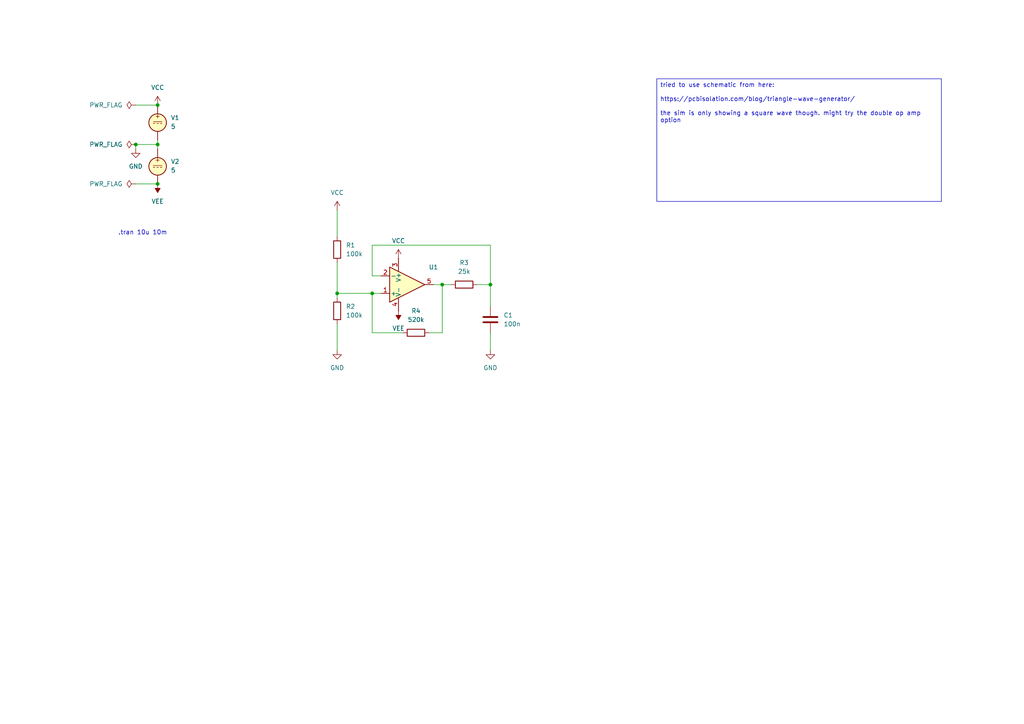
<source format=kicad_sch>
(kicad_sch (version 20231120) (generator "eeschema") (generator_version "8.0")
  (paper "A4")
  (lib_symbols
    (symbol "Device:C" (pin_numbers hide) (pin_names (offset 0.254))
      (property "Reference" "C" (at 0.635 2.54 0))
      (property "Value" "C" (at 0.635 -2.54 0))
      (symbol "C_0_1"
        (polyline (pts (xy -2.032 -0.762) (xy 2.032 -0.762)) (stroke (width 0.508)))
        (polyline (pts (xy -2.032 0.762) (xy 2.032 0.762)) (stroke (width 0.508)))
      )
      (symbol "C_1_1"
        (pin passive line (at 0 3.81 270) (length 2.794) (name "~") (number "1"))
        (pin passive line (at 0 -3.81 90) (length 2.794) (name "~") (number "2"))
      )
    )
    (symbol "Device:R" (pin_numbers hide) (pin_names (offset 0))
      (property "Reference" "R" (at 2.032 0 90))
      (property "Value" "R" (at 0 0 90))
      (symbol "R_0_1"
        (rectangle (start -1.016 -2.54) (end 1.016 2.54) (stroke (width 0.254)))
      )
      (symbol "R_1_1"
        (pin passive line (at 0 3.81 270) (length 1.27) (name "~") (number "1"))
        (pin passive line (at 0 -3.81 90) (length 1.27) (name "~") (number "2"))
      )
    )
    (symbol "Simulation_SPICE:OPAMP" (pin_names (offset 0.254))
      (property "Reference" "U1" (at 7.62 5.0486 0))
      (property "Value" "${SIM.PARAMS}" (at 7.62 3.1435 0))
      (symbol "OPAMP_0_1"
        (polyline (pts (xy 5.08 0) (xy -5.08 5.08) (xy -5.08 -5.08) (xy 5.08 0)) (stroke (width 0.254)) (fill (type background)))
      )
      (symbol "OPAMP_1_1"
        (pin input line (at -7.62 -2.54 0) (length 2.54) (name "+") (number "1"))
        (pin input line (at -7.62 2.54 0) (length 2.54) (name "-") (number "2"))
        (pin power_in line (at -2.54 7.62 270) (length 3.81) (name "V+") (number "3"))
        (pin power_in line (at -2.54 -7.62 90) (length 3.81) (name "V-") (number "4"))
        (pin output line (at 7.62 0 180) (length 2.54) (name "~") (number "5"))
      )
    )
    (symbol "Simulation_SPICE:VDC" (pin_numbers hide) (pin_names (offset 0.0254))
      (property "Reference" "V" (at 2.54 2.54 0))
      (property "Value" "1" (at 2.54 0 0))
      (symbol "VDC_0_0"
        (polyline (pts (xy -1.27 0.254) (xy 1.27 0.254)))
        (polyline (pts (xy -0.762 -0.254) (xy -1.27 -0.254)))
        (polyline (pts (xy 0.254 -0.254) (xy -0.254 -0.254)))
        (polyline (pts (xy 1.27 -0.254) (xy 0.762 -0.254)))
        (text "+" (at 0 1.905 0) (effects (font (size 1.27 1.27))))
      )
      (symbol "VDC_0_1"
        (circle (center 0 0) (radius 2.54) (stroke (width 0.254)) (fill (type background)))
      )
      (symbol "VDC_1_1"
        (pin passive line (at 0 5.08 270) (length 2.54) (name "~") (number "1"))
        (pin passive line (at 0 -5.08 90) (length 2.54) (name "~") (number "2"))
      )
    )
    (symbol "power:GND" (power) (pin_numbers hide) (pin_names (offset 0) hide)
      (property "Value" "GND" (at 0 -3.81 0))
      (symbol "GND_0_1"
        (polyline (pts (xy 0 0) (xy 0 -1.27) (xy 1.27 -1.27) (xy 0 -2.54) (xy -1.27 -1.27) (xy 0 -1.27)))
      )
      (symbol "GND_1_1"
        (pin power_in line (at 0 0 270) (length 0) (name "~") (number "1"))
      )
    )
    (symbol "power:PWR_FLAG" (power) (pin_numbers hide) (pin_names (offset 0) hide)
      (property "Value" "PWR_FLAG" (at 0 3.81 0))
      (symbol "PWR_FLAG_0_0"
        (pin power_out line (at 0 0 90) (length 0) (name "~") (number "1"))
      )
      (symbol "PWR_FLAG_0_1"
        (polyline (pts (xy 0 0) (xy 0 1.27) (xy -1.016 1.905) (xy 0 2.54) (xy 1.016 1.905) (xy 0 1.27)))
      )
    )
    (symbol "power:VCC" (power) (pin_numbers hide) (pin_names (offset 0) hide)
      (property "Value" "VCC" (at 0 3.556 0))
      (symbol "VCC_0_1"
        (polyline (pts (xy -0.762 1.27) (xy 0 2.54)))
        (polyline (pts (xy 0 0) (xy 0 2.54)))
        (polyline (pts (xy 0 2.54) (xy 0.762 1.27)))
      )
      (symbol "VCC_1_1"
        (pin power_in line (at 0 0 90) (length 0) (name "~") (number "1"))
      )
    )
    (symbol "power:VEE" (power) (pin_numbers hide) (pin_names (offset 0) hide)
      (property "Value" "VEE" (at 0 3.556 0))
      (symbol "VEE_0_1"
        (polyline (pts (xy 0 0) (xy 0 2.54)))
        (polyline (pts (xy 0.762 1.27) (xy -0.762 1.27) (xy 0 2.54) (xy 0.762 1.27)) (fill (type outline)))
      )
      (symbol "VEE_1_1"
        (pin power_in line (at 0 0 90) (length 0) (name "~") (number "1"))
      )
    )
  )
  (junction (at 39.37 41.91))
  (junction (at 45.72 53.34))
  (junction (at 107.95 85.09))
  (junction (at 142.24 82.55))
  (junction (at 45.72 41.91))
  (junction (at 128.27 82.55))
  (junction (at 45.72 30.48))
  (junction (at 97.79 85.09))
  (wire (pts (xy 110.49 80.01) (xy 107.95 80.01)))
  (wire (pts (xy 39.37 41.91) (xy 39.37 43.18)))
  (wire (pts (xy 107.95 96.52) (xy 107.95 85.09)))
  (wire (pts (xy 107.95 71.12) (xy 142.24 71.12)))
  (wire (pts (xy 97.79 76.2) (xy 97.79 85.09)))
  (wire (pts (xy 97.79 93.98) (xy 97.79 101.6)))
  (wire (pts (xy 142.24 96.52) (xy 142.24 101.6)))
  (wire (pts (xy 124.46 96.52) (xy 128.27 96.52)))
  (wire (pts (xy 45.72 41.91) (xy 45.72 43.18)))
  (wire (pts (xy 128.27 82.55) (xy 130.81 82.55)))
  (wire (pts (xy 107.95 85.09) (xy 110.49 85.09)))
  (wire (pts (xy 97.79 85.09) (xy 107.95 85.09)))
  (wire (pts (xy 107.95 80.01) (xy 107.95 71.12)))
  (wire (pts (xy 116.84 96.52) (xy 107.95 96.52)))
  (wire (pts (xy 45.72 41.91) (xy 39.37 41.91)))
  (wire (pts (xy 97.79 85.09) (xy 97.79 86.36)))
  (wire (pts (xy 142.24 82.55) (xy 138.43 82.55)))
  (wire (pts (xy 39.37 30.48) (xy 45.72 30.48)))
  (wire (pts (xy 97.79 60.96) (xy 97.79 68.58)))
  (wire (pts (xy 142.24 71.12) (xy 142.24 82.55)))
  (wire (pts (xy 45.72 40.64) (xy 45.72 41.91)))
  (wire (pts (xy 125.73 82.55) (xy 128.27 82.55)))
  (wire (pts (xy 128.27 96.52) (xy 128.27 82.55)))
  (wire (pts (xy 142.24 82.55) (xy 142.24 88.9)))
  (wire (pts (xy 39.37 53.34) (xy 45.72 53.34)))
  (text_box "tried to use schematic from here:\n\nhttps://pcbisolation.com/blog/triangle-wave-generator/\n\nthe sim is only showing a square wave though. might try the double op amp option" (at 190.5 22.86 0) (size 82.55 35.56) (effects (font (size 1.27 1.27)) (justify left top)))
  (text ".tran 10u 10m" (at 41.402 67.564 0) (effects (font (size 1.27 1.27))))
  (symbol (lib_id "power:VCC") (at 115.57 74.93 0) (unit 1)
    (property "Reference" "#PWR05" (effects (hide yes)))
    (property "Value" "VCC" (at 115.57 69.85 0))
    (property "Description" "Power symbol creates a global label with name \"VCC\"" (effects (hide yes)))
  )
  (symbol (lib_id "power:VEE") (at 115.57 90.17 180) (unit 1)
    (property "Reference" "#PWR04" (effects (hide yes)))
    (property "Value" "VEE" (at 115.57 95.25 0))
    (property "Description" "Power symbol creates a global label with name \"VEE\"" (effects (hide yes)))
  )
  (symbol (lib_id "power:VEE") (at 45.72 53.34 180) (unit 1)
    (property "Reference" "#PWR08" (effects (hide yes)))
    (property "Value" "VEE" (at 45.72 58.42 0))
    (property "Description" "Power symbol creates a global label with name \"VEE\"" (effects (hide yes)))
  )
  (symbol (lib_id "Simulation_SPICE:OPAMP") (at 118.11 82.55 0) (unit 1)
    (property "Reference" "U1" (at 125.73 77.5014 0))
    (property "Value" "${SIM.PARAMS}" (at 125.73 79.4065 0))
    (property "Datasheet" "https://ngspice.sourceforge.io/docs/ngspice-html-manual/manual.xhtml#sec__SUBCKT_Subcircuits" (effects (hide yes)))
    (property "Description" "Operational amplifier, single, node sequence=1:+ 2:- 3:OUT 4:V+ 5:V-" (effects (hide yes)))
    (property "Sim.Pins" "1=in+ 2=in- 3=vcc 4=vee 5=out" (effects (hide yes)))
    (property "Sim.Device" "SUBCKT" (effects (hide yes)))
    (property "Sim.Library" "${KICAD8_SYMBOL_DIR}/Simulation_SPICE.sp" (effects (hide yes)))
    (property "Sim.Name" "kicad_builtin_opamp" (effects (hide yes)))
  )
  (symbol (lib_id "Device:R") (at 97.79 72.39 0) (unit 1)
    (property "Reference" "R1" (at 100.33 71.1199 0) (effects (justify left)))
    (property "Value" "100k" (at 100.33 73.6599 0) (effects (justify left)))
    (property "Description" "Resistor" (effects (hide yes)))
  )
  (symbol (lib_id "power:VCC") (at 45.72 30.48 0) (unit 1)
    (property "Reference" "#PWR07" (effects (hide yes)))
    (property "Value" "VCC" (at 45.72 25.4 0))
    (property "Description" "Power symbol creates a global label with name \"VCC\"" (effects (hide yes)))
  )
  (symbol (lib_id "power:VCC") (at 97.79 60.96 0) (unit 1)
    (property "Reference" "#PWR03" (effects (hide yes)))
    (property "Value" "VCC" (at 97.79 55.88 0))
    (property "Description" "Power symbol creates a global label with name \"VCC\"" (effects (hide yes)))
  )
  (symbol (lib_id "power:PWR_FLAG") (at 39.37 53.34 90) (unit 1)
    (property "Reference" "#FLG03" (effects (hide yes)))
    (property "Value" "PWR_FLAG" (at 35.56 53.3399 90) (effects (justify left)))
    (property "Description" "Special symbol for telling ERC where power comes from" (effects (hide yes)))
  )
  (symbol (lib_id "power:PWR_FLAG") (at 39.37 30.48 90) (unit 1)
    (property "Reference" "#FLG01" (effects (hide yes)))
    (property "Value" "PWR_FLAG" (at 35.56 30.4799 90) (effects (justify left)))
    (property "Description" "Special symbol for telling ERC where power comes from" (effects (hide yes)))
  )
  (symbol (lib_id "Device:R") (at 134.62 82.55 90) (unit 1)
    (property "Reference" "R3" (at 134.62 76.2 90))
    (property "Value" "25k" (at 134.62 78.74 90))
    (property "Description" "Resistor" (effects (hide yes)))
  )
  (symbol (lib_id "power:GND") (at 142.24 101.6 0) (unit 1)
    (property "Reference" "#PWR02" (effects (hide yes)))
    (property "Value" "GND" (at 142.24 106.68 0))
    (property "Description" "Power symbol creates a global label with name \"GND\" , ground" (effects (hide yes)))
  )
  (symbol (lib_id "Simulation_SPICE:VDC") (at 45.72 35.56 0) (unit 1)
    (property "Reference" "V1" (at 49.53 34.1601 0) (effects (justify left)))
    (property "Value" "5" (at 49.53 36.7001 0) (effects (justify left)))
    (property "Datasheet" "https://ngspice.sourceforge.io/docs/ngspice-html-manual/manual.xhtml#sec_Independent_Sources_for" (effects (hide yes)))
    (property "Description" "Voltage source, DC" (effects (hide yes)))
    (property "Sim.Pins" "1=+ 2=-" (effects (hide yes)))
    (property "Sim.Type" "DC" (effects (hide yes)))
    (property "Sim.Device" "V" (effects (hide yes)))
  )
  (symbol (lib_id "Device:R") (at 97.79 90.17 0) (unit 1)
    (property "Reference" "R2" (at 100.33 88.8999 0) (effects (justify left)))
    (property "Value" "100k" (at 100.33 91.4399 0) (effects (justify left)))
    (property "Description" "Resistor" (effects (hide yes)))
  )
  (symbol (lib_id "Device:C") (at 142.24 92.71 0) (unit 1)
    (property "Reference" "C1" (at 146.05 91.4399 0) (effects (justify left)))
    (property "Value" "100n" (at 146.05 93.9799 0) (effects (justify left)))
    (property "Description" "Unpolarized capacitor" (effects (hide yes)))
  )
  (symbol (lib_id "power:GND") (at 97.79 101.6 0) (unit 1)
    (property "Reference" "#PWR01" (effects (hide yes)))
    (property "Value" "GND" (at 97.79 106.68 0))
    (property "Description" "Power symbol creates a global label with name \"GND\" , ground" (effects (hide yes)))
  )
  (symbol (lib_id "power:GND") (at 39.37 43.18 0) (unit 1)
    (property "Reference" "#PWR06" (effects (hide yes)))
    (property "Value" "GND" (at 39.37 48.26 0))
    (property "Description" "Power symbol creates a global label with name \"GND\" , ground" (effects (hide yes)))
  )
  (symbol (lib_id "Device:R") (at 120.65 96.52 90) (unit 1)
    (property "Reference" "R4" (at 120.65 90.17 90))
    (property "Value" "520k" (at 120.65 92.71 90))
    (property "Description" "Resistor" (effects (hide yes)))
  )
  (symbol (lib_id "Simulation_SPICE:VDC") (at 45.72 48.26 0) (unit 1)
    (property "Reference" "V2" (at 49.53 46.8601 0) (effects (justify left)))
    (property "Value" "5" (at 49.53 49.4001 0) (effects (justify left)))
    (property "Datasheet" "https://ngspice.sourceforge.io/docs/ngspice-html-manual/manual.xhtml#sec_Independent_Sources_for" (effects (hide yes)))
    (property "Description" "Voltage source, DC" (effects (hide yes)))
    (property "Sim.Pins" "1=+ 2=-" (effects (hide yes)))
    (property "Sim.Type" "DC" (effects (hide yes)))
    (property "Sim.Device" "V" (effects (hide yes)))
  )
  (symbol (lib_id "power:PWR_FLAG") (at 39.37 41.91 90) (unit 1)
    (property "Reference" "#FLG02" (effects (hide yes)))
    (property "Value" "PWR_FLAG" (at 35.56 41.9099 90) (effects (justify left)))
    (property "Description" "Special symbol for telling ERC where power comes from" (effects (hide yes)))
  )
)
</source>
